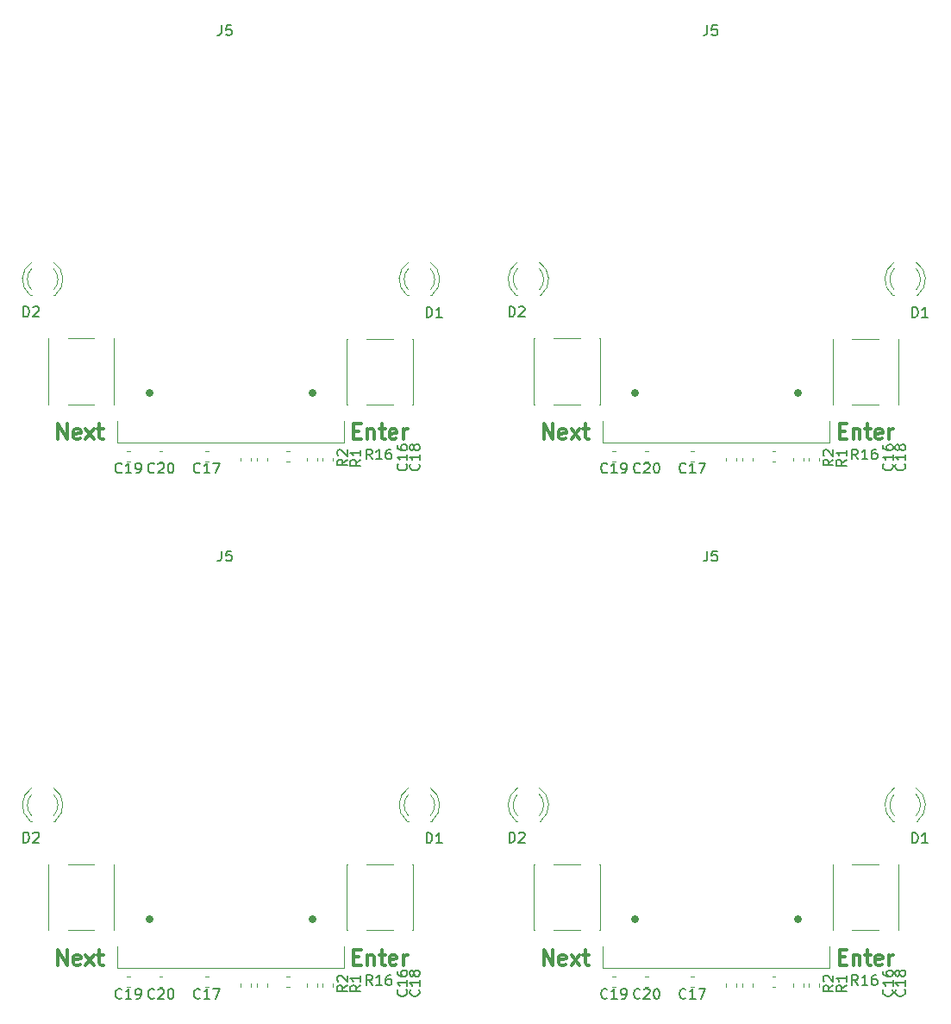
<source format=gbr>
G04 #@! TF.GenerationSoftware,KiCad,Pcbnew,5.1.4*
G04 #@! TF.CreationDate,2019-09-20T10:22:23+02:00*
G04 #@! TF.ProjectId,panel,70616e65-6c2e-46b6-9963-61645f706362,0.1*
G04 #@! TF.SameCoordinates,Original*
G04 #@! TF.FileFunction,Legend,Top*
G04 #@! TF.FilePolarity,Positive*
%FSLAX46Y46*%
G04 Gerber Fmt 4.6, Leading zero omitted, Abs format (unit mm)*
G04 Created by KiCad (PCBNEW 5.1.4) date 2019-09-20 10:22:23*
%MOMM*%
%LPD*%
G04 APERTURE LIST*
%ADD10C,0.300000*%
%ADD11C,0.120000*%
%ADD12C,0.800000*%
%ADD13C,0.150000*%
G04 APERTURE END LIST*
D10*
X118017857Y-172328571D02*
X118017857Y-170828571D01*
X118875000Y-172328571D01*
X118875000Y-170828571D01*
X120160714Y-172257142D02*
X120017857Y-172328571D01*
X119732142Y-172328571D01*
X119589285Y-172257142D01*
X119517857Y-172114285D01*
X119517857Y-171542857D01*
X119589285Y-171400000D01*
X119732142Y-171328571D01*
X120017857Y-171328571D01*
X120160714Y-171400000D01*
X120232142Y-171542857D01*
X120232142Y-171685714D01*
X119517857Y-171828571D01*
X120732142Y-172328571D02*
X121517857Y-171328571D01*
X120732142Y-171328571D02*
X121517857Y-172328571D01*
X121875000Y-171328571D02*
X122446428Y-171328571D01*
X122089285Y-170828571D02*
X122089285Y-172114285D01*
X122160714Y-172257142D01*
X122303571Y-172328571D01*
X122446428Y-172328571D01*
X147064285Y-171542857D02*
X147564285Y-171542857D01*
X147778571Y-172328571D02*
X147064285Y-172328571D01*
X147064285Y-170828571D01*
X147778571Y-170828571D01*
X148421428Y-171328571D02*
X148421428Y-172328571D01*
X148421428Y-171471428D02*
X148492857Y-171400000D01*
X148635714Y-171328571D01*
X148850000Y-171328571D01*
X148992857Y-171400000D01*
X149064285Y-171542857D01*
X149064285Y-172328571D01*
X149564285Y-171328571D02*
X150135714Y-171328571D01*
X149778571Y-170828571D02*
X149778571Y-172114285D01*
X149850000Y-172257142D01*
X149992857Y-172328571D01*
X150135714Y-172328571D01*
X151207142Y-172257142D02*
X151064285Y-172328571D01*
X150778571Y-172328571D01*
X150635714Y-172257142D01*
X150564285Y-172114285D01*
X150564285Y-171542857D01*
X150635714Y-171400000D01*
X150778571Y-171328571D01*
X151064285Y-171328571D01*
X151207142Y-171400000D01*
X151278571Y-171542857D01*
X151278571Y-171685714D01*
X150564285Y-171828571D01*
X151921428Y-172328571D02*
X151921428Y-171328571D01*
X151921428Y-171614285D02*
X151992857Y-171471428D01*
X152064285Y-171400000D01*
X152207142Y-171328571D01*
X152350000Y-171328571D01*
X70317857Y-172328571D02*
X70317857Y-170828571D01*
X71175000Y-172328571D01*
X71175000Y-170828571D01*
X72460714Y-172257142D02*
X72317857Y-172328571D01*
X72032142Y-172328571D01*
X71889285Y-172257142D01*
X71817857Y-172114285D01*
X71817857Y-171542857D01*
X71889285Y-171400000D01*
X72032142Y-171328571D01*
X72317857Y-171328571D01*
X72460714Y-171400000D01*
X72532142Y-171542857D01*
X72532142Y-171685714D01*
X71817857Y-171828571D01*
X73032142Y-172328571D02*
X73817857Y-171328571D01*
X73032142Y-171328571D02*
X73817857Y-172328571D01*
X74175000Y-171328571D02*
X74746428Y-171328571D01*
X74389285Y-170828571D02*
X74389285Y-172114285D01*
X74460714Y-172257142D01*
X74603571Y-172328571D01*
X74746428Y-172328571D01*
X99364285Y-171542857D02*
X99864285Y-171542857D01*
X100078571Y-172328571D02*
X99364285Y-172328571D01*
X99364285Y-170828571D01*
X100078571Y-170828571D01*
X100721428Y-171328571D02*
X100721428Y-172328571D01*
X100721428Y-171471428D02*
X100792857Y-171400000D01*
X100935714Y-171328571D01*
X101150000Y-171328571D01*
X101292857Y-171400000D01*
X101364285Y-171542857D01*
X101364285Y-172328571D01*
X101864285Y-171328571D02*
X102435714Y-171328571D01*
X102078571Y-170828571D02*
X102078571Y-172114285D01*
X102150000Y-172257142D01*
X102292857Y-172328571D01*
X102435714Y-172328571D01*
X103507142Y-172257142D02*
X103364285Y-172328571D01*
X103078571Y-172328571D01*
X102935714Y-172257142D01*
X102864285Y-172114285D01*
X102864285Y-171542857D01*
X102935714Y-171400000D01*
X103078571Y-171328571D01*
X103364285Y-171328571D01*
X103507142Y-171400000D01*
X103578571Y-171542857D01*
X103578571Y-171685714D01*
X102864285Y-171828571D01*
X104221428Y-172328571D02*
X104221428Y-171328571D01*
X104221428Y-171614285D02*
X104292857Y-171471428D01*
X104364285Y-171400000D01*
X104507142Y-171328571D01*
X104650000Y-171328571D01*
X118017857Y-120728571D02*
X118017857Y-119228571D01*
X118875000Y-120728571D01*
X118875000Y-119228571D01*
X120160714Y-120657142D02*
X120017857Y-120728571D01*
X119732142Y-120728571D01*
X119589285Y-120657142D01*
X119517857Y-120514285D01*
X119517857Y-119942857D01*
X119589285Y-119800000D01*
X119732142Y-119728571D01*
X120017857Y-119728571D01*
X120160714Y-119800000D01*
X120232142Y-119942857D01*
X120232142Y-120085714D01*
X119517857Y-120228571D01*
X120732142Y-120728571D02*
X121517857Y-119728571D01*
X120732142Y-119728571D02*
X121517857Y-120728571D01*
X121875000Y-119728571D02*
X122446428Y-119728571D01*
X122089285Y-119228571D02*
X122089285Y-120514285D01*
X122160714Y-120657142D01*
X122303571Y-120728571D01*
X122446428Y-120728571D01*
X147064285Y-119942857D02*
X147564285Y-119942857D01*
X147778571Y-120728571D02*
X147064285Y-120728571D01*
X147064285Y-119228571D01*
X147778571Y-119228571D01*
X148421428Y-119728571D02*
X148421428Y-120728571D01*
X148421428Y-119871428D02*
X148492857Y-119800000D01*
X148635714Y-119728571D01*
X148850000Y-119728571D01*
X148992857Y-119800000D01*
X149064285Y-119942857D01*
X149064285Y-120728571D01*
X149564285Y-119728571D02*
X150135714Y-119728571D01*
X149778571Y-119228571D02*
X149778571Y-120514285D01*
X149850000Y-120657142D01*
X149992857Y-120728571D01*
X150135714Y-120728571D01*
X151207142Y-120657142D02*
X151064285Y-120728571D01*
X150778571Y-120728571D01*
X150635714Y-120657142D01*
X150564285Y-120514285D01*
X150564285Y-119942857D01*
X150635714Y-119800000D01*
X150778571Y-119728571D01*
X151064285Y-119728571D01*
X151207142Y-119800000D01*
X151278571Y-119942857D01*
X151278571Y-120085714D01*
X150564285Y-120228571D01*
X151921428Y-120728571D02*
X151921428Y-119728571D01*
X151921428Y-120014285D02*
X151992857Y-119871428D01*
X152064285Y-119800000D01*
X152207142Y-119728571D01*
X152350000Y-119728571D01*
X99364285Y-119942857D02*
X99864285Y-119942857D01*
X100078571Y-120728571D02*
X99364285Y-120728571D01*
X99364285Y-119228571D01*
X100078571Y-119228571D01*
X100721428Y-119728571D02*
X100721428Y-120728571D01*
X100721428Y-119871428D02*
X100792857Y-119800000D01*
X100935714Y-119728571D01*
X101150000Y-119728571D01*
X101292857Y-119800000D01*
X101364285Y-119942857D01*
X101364285Y-120728571D01*
X101864285Y-119728571D02*
X102435714Y-119728571D01*
X102078571Y-119228571D02*
X102078571Y-120514285D01*
X102150000Y-120657142D01*
X102292857Y-120728571D01*
X102435714Y-120728571D01*
X103507142Y-120657142D02*
X103364285Y-120728571D01*
X103078571Y-120728571D01*
X102935714Y-120657142D01*
X102864285Y-120514285D01*
X102864285Y-119942857D01*
X102935714Y-119800000D01*
X103078571Y-119728571D01*
X103364285Y-119728571D01*
X103507142Y-119800000D01*
X103578571Y-119942857D01*
X103578571Y-120085714D01*
X102864285Y-120228571D01*
X104221428Y-120728571D02*
X104221428Y-119728571D01*
X104221428Y-120014285D02*
X104292857Y-119871428D01*
X104364285Y-119800000D01*
X104507142Y-119728571D01*
X104650000Y-119728571D01*
X70317857Y-120728571D02*
X70317857Y-119228571D01*
X71175000Y-120728571D01*
X71175000Y-119228571D01*
X72460714Y-120657142D02*
X72317857Y-120728571D01*
X72032142Y-120728571D01*
X71889285Y-120657142D01*
X71817857Y-120514285D01*
X71817857Y-119942857D01*
X71889285Y-119800000D01*
X72032142Y-119728571D01*
X72317857Y-119728571D01*
X72460714Y-119800000D01*
X72532142Y-119942857D01*
X72532142Y-120085714D01*
X71817857Y-120228571D01*
X73032142Y-120728571D02*
X73817857Y-119728571D01*
X73032142Y-119728571D02*
X73817857Y-120728571D01*
X74175000Y-119728571D02*
X74746428Y-119728571D01*
X74389285Y-119228571D02*
X74389285Y-120514285D01*
X74460714Y-120657142D01*
X74603571Y-120728571D01*
X74746428Y-120728571D01*
D11*
X145010000Y-174137221D02*
X145010000Y-174462779D01*
X143990000Y-174137221D02*
X143990000Y-174462779D01*
X117045000Y-162445000D02*
X117075000Y-162445000D01*
X123505000Y-162445000D02*
X123475000Y-162445000D01*
X123505000Y-168905000D02*
X123475000Y-168905000D01*
X117075000Y-168905000D02*
X117045000Y-168905000D01*
X118975000Y-162445000D02*
X121575000Y-162445000D01*
X117045000Y-168905000D02*
X117045000Y-162445000D01*
X118975000Y-168905000D02*
X121575000Y-168905000D01*
X123505000Y-168905000D02*
X123505000Y-162445000D01*
X115421392Y-154957665D02*
G75*
G03X115264484Y-158190000I1078608J-1672335D01*
G01*
X117578608Y-154957665D02*
G75*
G02X117735516Y-158190000I-1078608J-1672335D01*
G01*
X115420163Y-155588870D02*
G75*
G03X115420000Y-157670961I1079837J-1041130D01*
G01*
X117579837Y-155588870D02*
G75*
G02X117580000Y-157670961I-1079837J-1041130D01*
G01*
X115264000Y-158190000D02*
X115420000Y-158190000D01*
X117580000Y-158190000D02*
X117736000Y-158190000D01*
X128262779Y-173490000D02*
X127937221Y-173490000D01*
X128262779Y-174510000D02*
X127937221Y-174510000D01*
X125075279Y-174510000D02*
X124749721Y-174510000D01*
X125075279Y-173490000D02*
X124749721Y-173490000D01*
X96290000Y-174137221D02*
X96290000Y-174462779D01*
X97310000Y-174137221D02*
X97310000Y-174462779D01*
X75805000Y-168905000D02*
X75805000Y-162445000D01*
X71275000Y-168905000D02*
X73875000Y-168905000D01*
X69345000Y-168905000D02*
X69345000Y-162445000D01*
X71275000Y-162445000D02*
X73875000Y-162445000D01*
X69375000Y-168905000D02*
X69345000Y-168905000D01*
X75805000Y-168905000D02*
X75775000Y-168905000D01*
X75805000Y-162445000D02*
X75775000Y-162445000D01*
X69345000Y-162445000D02*
X69375000Y-162445000D01*
X69880000Y-158190000D02*
X70036000Y-158190000D01*
X67564000Y-158190000D02*
X67720000Y-158190000D01*
X69879837Y-155588870D02*
G75*
G02X69880000Y-157670961I-1079837J-1041130D01*
G01*
X67720163Y-155588870D02*
G75*
G03X67720000Y-157670961I1079837J-1041130D01*
G01*
X69878608Y-154957665D02*
G75*
G02X70035516Y-158190000I-1078608J-1672335D01*
G01*
X67721392Y-154957665D02*
G75*
G03X67564484Y-158190000I1078608J-1672335D01*
G01*
X80562779Y-174510000D02*
X80237221Y-174510000D01*
X80562779Y-173490000D02*
X80237221Y-173490000D01*
X77375279Y-173490000D02*
X77049721Y-173490000D01*
X77375279Y-174510000D02*
X77049721Y-174510000D01*
X88240000Y-174462779D02*
X88240000Y-174137221D01*
X89260000Y-174462779D02*
X89260000Y-174137221D01*
X90860000Y-174462779D02*
X90860000Y-174137221D01*
X89840000Y-174462779D02*
X89840000Y-174137221D01*
X136960000Y-174462779D02*
X136960000Y-174137221D01*
X135940000Y-174462779D02*
X135940000Y-174137221D01*
X137540000Y-174462779D02*
X137540000Y-174137221D01*
X138560000Y-174462779D02*
X138560000Y-174137221D01*
X132437221Y-173490000D02*
X132762779Y-173490000D01*
X132437221Y-174510000D02*
X132762779Y-174510000D01*
X142490000Y-174137221D02*
X142490000Y-174462779D01*
X143510000Y-174137221D02*
X143510000Y-174462779D01*
X140762779Y-174510000D02*
X140437221Y-174510000D01*
X140762779Y-173490000D02*
X140437221Y-173490000D01*
D12*
X142950000Y-167750000D02*
G75*
G03X142950000Y-167750000I0J0D01*
G01*
X126950000Y-167750000D02*
G75*
G03X126950000Y-167750000I0J0D01*
G01*
D11*
X146100000Y-172650000D02*
X146100000Y-170500000D01*
X123800000Y-172650000D02*
X146100000Y-172650000D01*
X123800000Y-170500000D02*
X123800000Y-172650000D01*
X146370000Y-162470000D02*
X146370000Y-168930000D01*
X150900000Y-162470000D02*
X148300000Y-162470000D01*
X152830000Y-162470000D02*
X152830000Y-168930000D01*
X150900000Y-168930000D02*
X148300000Y-168930000D01*
X152800000Y-162470000D02*
X152830000Y-162470000D01*
X146370000Y-162470000D02*
X146400000Y-162470000D01*
X146370000Y-168930000D02*
X146400000Y-168930000D01*
X152830000Y-168930000D02*
X152800000Y-168930000D01*
X154580000Y-158190000D02*
X154736000Y-158190000D01*
X152264000Y-158190000D02*
X152420000Y-158190000D01*
X154579837Y-155588870D02*
G75*
G02X154580000Y-157670961I-1079837J-1041130D01*
G01*
X152420163Y-155588870D02*
G75*
G03X152420000Y-157670961I1079837J-1041130D01*
G01*
X154578608Y-154957665D02*
G75*
G02X154735516Y-158190000I-1078608J-1672335D01*
G01*
X152421392Y-154957665D02*
G75*
G03X152264484Y-158190000I1078608J-1672335D01*
G01*
X84737221Y-174510000D02*
X85062779Y-174510000D01*
X84737221Y-173490000D02*
X85062779Y-173490000D01*
X95810000Y-174137221D02*
X95810000Y-174462779D01*
X94790000Y-174137221D02*
X94790000Y-174462779D01*
X93062779Y-173490000D02*
X92737221Y-173490000D01*
X93062779Y-174510000D02*
X92737221Y-174510000D01*
X105130000Y-168930000D02*
X105100000Y-168930000D01*
X98670000Y-168930000D02*
X98700000Y-168930000D01*
X98670000Y-162470000D02*
X98700000Y-162470000D01*
X105100000Y-162470000D02*
X105130000Y-162470000D01*
X103200000Y-168930000D02*
X100600000Y-168930000D01*
X105130000Y-162470000D02*
X105130000Y-168930000D01*
X103200000Y-162470000D02*
X100600000Y-162470000D01*
X98670000Y-162470000D02*
X98670000Y-168930000D01*
X104721392Y-154957665D02*
G75*
G03X104564484Y-158190000I1078608J-1672335D01*
G01*
X106878608Y-154957665D02*
G75*
G02X107035516Y-158190000I-1078608J-1672335D01*
G01*
X104720163Y-155588870D02*
G75*
G03X104720000Y-157670961I1079837J-1041130D01*
G01*
X106879837Y-155588870D02*
G75*
G02X106880000Y-157670961I-1079837J-1041130D01*
G01*
X104564000Y-158190000D02*
X104720000Y-158190000D01*
X106880000Y-158190000D02*
X107036000Y-158190000D01*
X76100000Y-170500000D02*
X76100000Y-172650000D01*
X76100000Y-172650000D02*
X98400000Y-172650000D01*
X98400000Y-172650000D02*
X98400000Y-170500000D01*
D12*
X79250000Y-167750000D02*
G75*
G03X79250000Y-167750000I0J0D01*
G01*
X95250000Y-167750000D02*
G75*
G03X95250000Y-167750000I0J0D01*
G01*
D11*
X143990000Y-122537221D02*
X143990000Y-122862779D01*
X145010000Y-122537221D02*
X145010000Y-122862779D01*
X123505000Y-117305000D02*
X123505000Y-110845000D01*
X118975000Y-117305000D02*
X121575000Y-117305000D01*
X117045000Y-117305000D02*
X117045000Y-110845000D01*
X118975000Y-110845000D02*
X121575000Y-110845000D01*
X117075000Y-117305000D02*
X117045000Y-117305000D01*
X123505000Y-117305000D02*
X123475000Y-117305000D01*
X123505000Y-110845000D02*
X123475000Y-110845000D01*
X117045000Y-110845000D02*
X117075000Y-110845000D01*
X117580000Y-106590000D02*
X117736000Y-106590000D01*
X115264000Y-106590000D02*
X115420000Y-106590000D01*
X117579837Y-103988870D02*
G75*
G02X117580000Y-106070961I-1079837J-1041130D01*
G01*
X115420163Y-103988870D02*
G75*
G03X115420000Y-106070961I1079837J-1041130D01*
G01*
X117578608Y-103357665D02*
G75*
G02X117735516Y-106590000I-1078608J-1672335D01*
G01*
X115421392Y-103357665D02*
G75*
G03X115264484Y-106590000I1078608J-1672335D01*
G01*
X128262779Y-122910000D02*
X127937221Y-122910000D01*
X128262779Y-121890000D02*
X127937221Y-121890000D01*
X125075279Y-121890000D02*
X124749721Y-121890000D01*
X125075279Y-122910000D02*
X124749721Y-122910000D01*
X135940000Y-122862779D02*
X135940000Y-122537221D01*
X136960000Y-122862779D02*
X136960000Y-122537221D01*
X138560000Y-122862779D02*
X138560000Y-122537221D01*
X137540000Y-122862779D02*
X137540000Y-122537221D01*
X132437221Y-122910000D02*
X132762779Y-122910000D01*
X132437221Y-121890000D02*
X132762779Y-121890000D01*
X143510000Y-122537221D02*
X143510000Y-122862779D01*
X142490000Y-122537221D02*
X142490000Y-122862779D01*
X140762779Y-121890000D02*
X140437221Y-121890000D01*
X140762779Y-122910000D02*
X140437221Y-122910000D01*
X152830000Y-117330000D02*
X152800000Y-117330000D01*
X146370000Y-117330000D02*
X146400000Y-117330000D01*
X146370000Y-110870000D02*
X146400000Y-110870000D01*
X152800000Y-110870000D02*
X152830000Y-110870000D01*
X150900000Y-117330000D02*
X148300000Y-117330000D01*
X152830000Y-110870000D02*
X152830000Y-117330000D01*
X150900000Y-110870000D02*
X148300000Y-110870000D01*
X146370000Y-110870000D02*
X146370000Y-117330000D01*
X152421392Y-103357665D02*
G75*
G03X152264484Y-106590000I1078608J-1672335D01*
G01*
X154578608Y-103357665D02*
G75*
G02X154735516Y-106590000I-1078608J-1672335D01*
G01*
X152420163Y-103988870D02*
G75*
G03X152420000Y-106070961I1079837J-1041130D01*
G01*
X154579837Y-103988870D02*
G75*
G02X154580000Y-106070961I-1079837J-1041130D01*
G01*
X152264000Y-106590000D02*
X152420000Y-106590000D01*
X154580000Y-106590000D02*
X154736000Y-106590000D01*
X123800000Y-118900000D02*
X123800000Y-121050000D01*
X123800000Y-121050000D02*
X146100000Y-121050000D01*
X146100000Y-121050000D02*
X146100000Y-118900000D01*
D12*
X126950000Y-116150000D02*
G75*
G03X126950000Y-116150000I0J0D01*
G01*
X142950000Y-116150000D02*
G75*
G03X142950000Y-116150000I0J0D01*
G01*
D11*
X94790000Y-122537221D02*
X94790000Y-122862779D01*
X95810000Y-122537221D02*
X95810000Y-122862779D01*
X84737221Y-121890000D02*
X85062779Y-121890000D01*
X84737221Y-122910000D02*
X85062779Y-122910000D01*
X97310000Y-122537221D02*
X97310000Y-122862779D01*
X96290000Y-122537221D02*
X96290000Y-122862779D01*
X77375279Y-122910000D02*
X77049721Y-122910000D01*
X77375279Y-121890000D02*
X77049721Y-121890000D01*
X80562779Y-121890000D02*
X80237221Y-121890000D01*
X80562779Y-122910000D02*
X80237221Y-122910000D01*
X106880000Y-106590000D02*
X107036000Y-106590000D01*
X104564000Y-106590000D02*
X104720000Y-106590000D01*
X106879837Y-103988870D02*
G75*
G02X106880000Y-106070961I-1079837J-1041130D01*
G01*
X104720163Y-103988870D02*
G75*
G03X104720000Y-106070961I1079837J-1041130D01*
G01*
X106878608Y-103357665D02*
G75*
G02X107035516Y-106590000I-1078608J-1672335D01*
G01*
X104721392Y-103357665D02*
G75*
G03X104564484Y-106590000I1078608J-1672335D01*
G01*
X67721392Y-103357665D02*
G75*
G03X67564484Y-106590000I1078608J-1672335D01*
G01*
X69878608Y-103357665D02*
G75*
G02X70035516Y-106590000I-1078608J-1672335D01*
G01*
X67720163Y-103988870D02*
G75*
G03X67720000Y-106070961I1079837J-1041130D01*
G01*
X69879837Y-103988870D02*
G75*
G02X69880000Y-106070961I-1079837J-1041130D01*
G01*
X67564000Y-106590000D02*
X67720000Y-106590000D01*
X69880000Y-106590000D02*
X70036000Y-106590000D01*
D12*
X95250000Y-116150000D02*
G75*
G03X95250000Y-116150000I0J0D01*
G01*
X79250000Y-116150000D02*
G75*
G03X79250000Y-116150000I0J0D01*
G01*
D11*
X98400000Y-121050000D02*
X98400000Y-118900000D01*
X76100000Y-121050000D02*
X98400000Y-121050000D01*
X76100000Y-118900000D02*
X76100000Y-121050000D01*
X89840000Y-122862779D02*
X89840000Y-122537221D01*
X90860000Y-122862779D02*
X90860000Y-122537221D01*
X89260000Y-122862779D02*
X89260000Y-122537221D01*
X88240000Y-122862779D02*
X88240000Y-122537221D01*
X93062779Y-122910000D02*
X92737221Y-122910000D01*
X93062779Y-121890000D02*
X92737221Y-121890000D01*
X69345000Y-110845000D02*
X69375000Y-110845000D01*
X75805000Y-110845000D02*
X75775000Y-110845000D01*
X75805000Y-117305000D02*
X75775000Y-117305000D01*
X69375000Y-117305000D02*
X69345000Y-117305000D01*
X71275000Y-110845000D02*
X73875000Y-110845000D01*
X69345000Y-117305000D02*
X69345000Y-110845000D01*
X71275000Y-117305000D02*
X73875000Y-117305000D01*
X75805000Y-117305000D02*
X75805000Y-110845000D01*
X98670000Y-110870000D02*
X98670000Y-117330000D01*
X103200000Y-110870000D02*
X100600000Y-110870000D01*
X105130000Y-110870000D02*
X105130000Y-117330000D01*
X103200000Y-117330000D02*
X100600000Y-117330000D01*
X105100000Y-110870000D02*
X105130000Y-110870000D01*
X98670000Y-110870000D02*
X98700000Y-110870000D01*
X98670000Y-117330000D02*
X98700000Y-117330000D01*
X105130000Y-117330000D02*
X105100000Y-117330000D01*
D13*
X153432142Y-174755357D02*
X153479761Y-174802976D01*
X153527380Y-174945833D01*
X153527380Y-175041071D01*
X153479761Y-175183928D01*
X153384523Y-175279166D01*
X153289285Y-175326785D01*
X153098809Y-175374404D01*
X152955952Y-175374404D01*
X152765476Y-175326785D01*
X152670238Y-175279166D01*
X152575000Y-175183928D01*
X152527380Y-175041071D01*
X152527380Y-174945833D01*
X152575000Y-174802976D01*
X152622619Y-174755357D01*
X153527380Y-173802976D02*
X153527380Y-174374404D01*
X153527380Y-174088690D02*
X152527380Y-174088690D01*
X152670238Y-174183928D01*
X152765476Y-174279166D01*
X152813095Y-174374404D01*
X152955952Y-173231547D02*
X152908333Y-173326785D01*
X152860714Y-173374404D01*
X152765476Y-173422023D01*
X152717857Y-173422023D01*
X152622619Y-173374404D01*
X152575000Y-173326785D01*
X152527380Y-173231547D01*
X152527380Y-173041071D01*
X152575000Y-172945833D01*
X152622619Y-172898214D01*
X152717857Y-172850595D01*
X152765476Y-172850595D01*
X152860714Y-172898214D01*
X152908333Y-172945833D01*
X152955952Y-173041071D01*
X152955952Y-173231547D01*
X153003571Y-173326785D01*
X153051190Y-173374404D01*
X153146428Y-173422023D01*
X153336904Y-173422023D01*
X153432142Y-173374404D01*
X153479761Y-173326785D01*
X153527380Y-173231547D01*
X153527380Y-173041071D01*
X153479761Y-172945833D01*
X153432142Y-172898214D01*
X153336904Y-172850595D01*
X153146428Y-172850595D01*
X153051190Y-172898214D01*
X153003571Y-172945833D01*
X152955952Y-173041071D01*
X114611904Y-160302380D02*
X114611904Y-159302380D01*
X114850000Y-159302380D01*
X114992857Y-159350000D01*
X115088095Y-159445238D01*
X115135714Y-159540476D01*
X115183333Y-159730952D01*
X115183333Y-159873809D01*
X115135714Y-160064285D01*
X115088095Y-160159523D01*
X114992857Y-160254761D01*
X114850000Y-160302380D01*
X114611904Y-160302380D01*
X115564285Y-159397619D02*
X115611904Y-159350000D01*
X115707142Y-159302380D01*
X115945238Y-159302380D01*
X116040476Y-159350000D01*
X116088095Y-159397619D01*
X116135714Y-159492857D01*
X116135714Y-159588095D01*
X116088095Y-159730952D01*
X115516666Y-160302380D01*
X116135714Y-160302380D01*
X127457142Y-175557142D02*
X127409523Y-175604761D01*
X127266666Y-175652380D01*
X127171428Y-175652380D01*
X127028571Y-175604761D01*
X126933333Y-175509523D01*
X126885714Y-175414285D01*
X126838095Y-175223809D01*
X126838095Y-175080952D01*
X126885714Y-174890476D01*
X126933333Y-174795238D01*
X127028571Y-174700000D01*
X127171428Y-174652380D01*
X127266666Y-174652380D01*
X127409523Y-174700000D01*
X127457142Y-174747619D01*
X127838095Y-174747619D02*
X127885714Y-174700000D01*
X127980952Y-174652380D01*
X128219047Y-174652380D01*
X128314285Y-174700000D01*
X128361904Y-174747619D01*
X128409523Y-174842857D01*
X128409523Y-174938095D01*
X128361904Y-175080952D01*
X127790476Y-175652380D01*
X128409523Y-175652380D01*
X129028571Y-174652380D02*
X129123809Y-174652380D01*
X129219047Y-174700000D01*
X129266666Y-174747619D01*
X129314285Y-174842857D01*
X129361904Y-175033333D01*
X129361904Y-175271428D01*
X129314285Y-175461904D01*
X129266666Y-175557142D01*
X129219047Y-175604761D01*
X129123809Y-175652380D01*
X129028571Y-175652380D01*
X128933333Y-175604761D01*
X128885714Y-175557142D01*
X128838095Y-175461904D01*
X128790476Y-175271428D01*
X128790476Y-175033333D01*
X128838095Y-174842857D01*
X128885714Y-174747619D01*
X128933333Y-174700000D01*
X129028571Y-174652380D01*
X124257142Y-175557142D02*
X124209523Y-175604761D01*
X124066666Y-175652380D01*
X123971428Y-175652380D01*
X123828571Y-175604761D01*
X123733333Y-175509523D01*
X123685714Y-175414285D01*
X123638095Y-175223809D01*
X123638095Y-175080952D01*
X123685714Y-174890476D01*
X123733333Y-174795238D01*
X123828571Y-174700000D01*
X123971428Y-174652380D01*
X124066666Y-174652380D01*
X124209523Y-174700000D01*
X124257142Y-174747619D01*
X125209523Y-175652380D02*
X124638095Y-175652380D01*
X124923809Y-175652380D02*
X124923809Y-174652380D01*
X124828571Y-174795238D01*
X124733333Y-174890476D01*
X124638095Y-174938095D01*
X125685714Y-175652380D02*
X125876190Y-175652380D01*
X125971428Y-175604761D01*
X126019047Y-175557142D01*
X126114285Y-175414285D01*
X126161904Y-175223809D01*
X126161904Y-174842857D01*
X126114285Y-174747619D01*
X126066666Y-174700000D01*
X125971428Y-174652380D01*
X125780952Y-174652380D01*
X125685714Y-174700000D01*
X125638095Y-174747619D01*
X125590476Y-174842857D01*
X125590476Y-175080952D01*
X125638095Y-175176190D01*
X125685714Y-175223809D01*
X125780952Y-175271428D01*
X125971428Y-175271428D01*
X126066666Y-175223809D01*
X126114285Y-175176190D01*
X126161904Y-175080952D01*
X105732142Y-174755357D02*
X105779761Y-174802976D01*
X105827380Y-174945833D01*
X105827380Y-175041071D01*
X105779761Y-175183928D01*
X105684523Y-175279166D01*
X105589285Y-175326785D01*
X105398809Y-175374404D01*
X105255952Y-175374404D01*
X105065476Y-175326785D01*
X104970238Y-175279166D01*
X104875000Y-175183928D01*
X104827380Y-175041071D01*
X104827380Y-174945833D01*
X104875000Y-174802976D01*
X104922619Y-174755357D01*
X105827380Y-173802976D02*
X105827380Y-174374404D01*
X105827380Y-174088690D02*
X104827380Y-174088690D01*
X104970238Y-174183928D01*
X105065476Y-174279166D01*
X105113095Y-174374404D01*
X105255952Y-173231547D02*
X105208333Y-173326785D01*
X105160714Y-173374404D01*
X105065476Y-173422023D01*
X105017857Y-173422023D01*
X104922619Y-173374404D01*
X104875000Y-173326785D01*
X104827380Y-173231547D01*
X104827380Y-173041071D01*
X104875000Y-172945833D01*
X104922619Y-172898214D01*
X105017857Y-172850595D01*
X105065476Y-172850595D01*
X105160714Y-172898214D01*
X105208333Y-172945833D01*
X105255952Y-173041071D01*
X105255952Y-173231547D01*
X105303571Y-173326785D01*
X105351190Y-173374404D01*
X105446428Y-173422023D01*
X105636904Y-173422023D01*
X105732142Y-173374404D01*
X105779761Y-173326785D01*
X105827380Y-173231547D01*
X105827380Y-173041071D01*
X105779761Y-172945833D01*
X105732142Y-172898214D01*
X105636904Y-172850595D01*
X105446428Y-172850595D01*
X105351190Y-172898214D01*
X105303571Y-172945833D01*
X105255952Y-173041071D01*
X66911904Y-160302380D02*
X66911904Y-159302380D01*
X67150000Y-159302380D01*
X67292857Y-159350000D01*
X67388095Y-159445238D01*
X67435714Y-159540476D01*
X67483333Y-159730952D01*
X67483333Y-159873809D01*
X67435714Y-160064285D01*
X67388095Y-160159523D01*
X67292857Y-160254761D01*
X67150000Y-160302380D01*
X66911904Y-160302380D01*
X67864285Y-159397619D02*
X67911904Y-159350000D01*
X68007142Y-159302380D01*
X68245238Y-159302380D01*
X68340476Y-159350000D01*
X68388095Y-159397619D01*
X68435714Y-159492857D01*
X68435714Y-159588095D01*
X68388095Y-159730952D01*
X67816666Y-160302380D01*
X68435714Y-160302380D01*
X79757142Y-175557142D02*
X79709523Y-175604761D01*
X79566666Y-175652380D01*
X79471428Y-175652380D01*
X79328571Y-175604761D01*
X79233333Y-175509523D01*
X79185714Y-175414285D01*
X79138095Y-175223809D01*
X79138095Y-175080952D01*
X79185714Y-174890476D01*
X79233333Y-174795238D01*
X79328571Y-174700000D01*
X79471428Y-174652380D01*
X79566666Y-174652380D01*
X79709523Y-174700000D01*
X79757142Y-174747619D01*
X80138095Y-174747619D02*
X80185714Y-174700000D01*
X80280952Y-174652380D01*
X80519047Y-174652380D01*
X80614285Y-174700000D01*
X80661904Y-174747619D01*
X80709523Y-174842857D01*
X80709523Y-174938095D01*
X80661904Y-175080952D01*
X80090476Y-175652380D01*
X80709523Y-175652380D01*
X81328571Y-174652380D02*
X81423809Y-174652380D01*
X81519047Y-174700000D01*
X81566666Y-174747619D01*
X81614285Y-174842857D01*
X81661904Y-175033333D01*
X81661904Y-175271428D01*
X81614285Y-175461904D01*
X81566666Y-175557142D01*
X81519047Y-175604761D01*
X81423809Y-175652380D01*
X81328571Y-175652380D01*
X81233333Y-175604761D01*
X81185714Y-175557142D01*
X81138095Y-175461904D01*
X81090476Y-175271428D01*
X81090476Y-175033333D01*
X81138095Y-174842857D01*
X81185714Y-174747619D01*
X81233333Y-174700000D01*
X81328571Y-174652380D01*
X76557142Y-175557142D02*
X76509523Y-175604761D01*
X76366666Y-175652380D01*
X76271428Y-175652380D01*
X76128571Y-175604761D01*
X76033333Y-175509523D01*
X75985714Y-175414285D01*
X75938095Y-175223809D01*
X75938095Y-175080952D01*
X75985714Y-174890476D01*
X76033333Y-174795238D01*
X76128571Y-174700000D01*
X76271428Y-174652380D01*
X76366666Y-174652380D01*
X76509523Y-174700000D01*
X76557142Y-174747619D01*
X77509523Y-175652380D02*
X76938095Y-175652380D01*
X77223809Y-175652380D02*
X77223809Y-174652380D01*
X77128571Y-174795238D01*
X77033333Y-174890476D01*
X76938095Y-174938095D01*
X77985714Y-175652380D02*
X78176190Y-175652380D01*
X78271428Y-175604761D01*
X78319047Y-175557142D01*
X78414285Y-175414285D01*
X78461904Y-175223809D01*
X78461904Y-174842857D01*
X78414285Y-174747619D01*
X78366666Y-174700000D01*
X78271428Y-174652380D01*
X78080952Y-174652380D01*
X77985714Y-174700000D01*
X77938095Y-174747619D01*
X77890476Y-174842857D01*
X77890476Y-175080952D01*
X77938095Y-175176190D01*
X77985714Y-175223809D01*
X78080952Y-175271428D01*
X78271428Y-175271428D01*
X78366666Y-175223809D01*
X78414285Y-175176190D01*
X78461904Y-175080952D01*
X98727380Y-174316666D02*
X98251190Y-174650000D01*
X98727380Y-174888095D02*
X97727380Y-174888095D01*
X97727380Y-174507142D01*
X97775000Y-174411904D01*
X97822619Y-174364285D01*
X97917857Y-174316666D01*
X98060714Y-174316666D01*
X98155952Y-174364285D01*
X98203571Y-174411904D01*
X98251190Y-174507142D01*
X98251190Y-174888095D01*
X97822619Y-173935714D02*
X97775000Y-173888095D01*
X97727380Y-173792857D01*
X97727380Y-173554761D01*
X97775000Y-173459523D01*
X97822619Y-173411904D01*
X97917857Y-173364285D01*
X98013095Y-173364285D01*
X98155952Y-173411904D01*
X98727380Y-173983333D01*
X98727380Y-173364285D01*
X100027380Y-174329166D02*
X99551190Y-174662500D01*
X100027380Y-174900595D02*
X99027380Y-174900595D01*
X99027380Y-174519642D01*
X99075000Y-174424404D01*
X99122619Y-174376785D01*
X99217857Y-174329166D01*
X99360714Y-174329166D01*
X99455952Y-174376785D01*
X99503571Y-174424404D01*
X99551190Y-174519642D01*
X99551190Y-174900595D01*
X100027380Y-173376785D02*
X100027380Y-173948214D01*
X100027380Y-173662500D02*
X99027380Y-173662500D01*
X99170238Y-173757738D01*
X99265476Y-173852976D01*
X99313095Y-173948214D01*
X146427380Y-174316666D02*
X145951190Y-174650000D01*
X146427380Y-174888095D02*
X145427380Y-174888095D01*
X145427380Y-174507142D01*
X145475000Y-174411904D01*
X145522619Y-174364285D01*
X145617857Y-174316666D01*
X145760714Y-174316666D01*
X145855952Y-174364285D01*
X145903571Y-174411904D01*
X145951190Y-174507142D01*
X145951190Y-174888095D01*
X145522619Y-173935714D02*
X145475000Y-173888095D01*
X145427380Y-173792857D01*
X145427380Y-173554761D01*
X145475000Y-173459523D01*
X145522619Y-173411904D01*
X145617857Y-173364285D01*
X145713095Y-173364285D01*
X145855952Y-173411904D01*
X146427380Y-173983333D01*
X146427380Y-173364285D01*
X147727380Y-174329166D02*
X147251190Y-174662500D01*
X147727380Y-174900595D02*
X146727380Y-174900595D01*
X146727380Y-174519642D01*
X146775000Y-174424404D01*
X146822619Y-174376785D01*
X146917857Y-174329166D01*
X147060714Y-174329166D01*
X147155952Y-174376785D01*
X147203571Y-174424404D01*
X147251190Y-174519642D01*
X147251190Y-174900595D01*
X147727380Y-173376785D02*
X147727380Y-173948214D01*
X147727380Y-173662500D02*
X146727380Y-173662500D01*
X146870238Y-173757738D01*
X146965476Y-173852976D01*
X147013095Y-173948214D01*
X131957142Y-175557142D02*
X131909523Y-175604761D01*
X131766666Y-175652380D01*
X131671428Y-175652380D01*
X131528571Y-175604761D01*
X131433333Y-175509523D01*
X131385714Y-175414285D01*
X131338095Y-175223809D01*
X131338095Y-175080952D01*
X131385714Y-174890476D01*
X131433333Y-174795238D01*
X131528571Y-174700000D01*
X131671428Y-174652380D01*
X131766666Y-174652380D01*
X131909523Y-174700000D01*
X131957142Y-174747619D01*
X132909523Y-175652380D02*
X132338095Y-175652380D01*
X132623809Y-175652380D02*
X132623809Y-174652380D01*
X132528571Y-174795238D01*
X132433333Y-174890476D01*
X132338095Y-174938095D01*
X133242857Y-174652380D02*
X133909523Y-174652380D01*
X133480952Y-175652380D01*
X152207142Y-174755357D02*
X152254761Y-174802976D01*
X152302380Y-174945833D01*
X152302380Y-175041071D01*
X152254761Y-175183928D01*
X152159523Y-175279166D01*
X152064285Y-175326785D01*
X151873809Y-175374404D01*
X151730952Y-175374404D01*
X151540476Y-175326785D01*
X151445238Y-175279166D01*
X151350000Y-175183928D01*
X151302380Y-175041071D01*
X151302380Y-174945833D01*
X151350000Y-174802976D01*
X151397619Y-174755357D01*
X152302380Y-173802976D02*
X152302380Y-174374404D01*
X152302380Y-174088690D02*
X151302380Y-174088690D01*
X151445238Y-174183928D01*
X151540476Y-174279166D01*
X151588095Y-174374404D01*
X151302380Y-172945833D02*
X151302380Y-173136309D01*
X151350000Y-173231547D01*
X151397619Y-173279166D01*
X151540476Y-173374404D01*
X151730952Y-173422023D01*
X152111904Y-173422023D01*
X152207142Y-173374404D01*
X152254761Y-173326785D01*
X152302380Y-173231547D01*
X152302380Y-173041071D01*
X152254761Y-172945833D01*
X152207142Y-172898214D01*
X152111904Y-172850595D01*
X151873809Y-172850595D01*
X151778571Y-172898214D01*
X151730952Y-172945833D01*
X151683333Y-173041071D01*
X151683333Y-173231547D01*
X151730952Y-173326785D01*
X151778571Y-173374404D01*
X151873809Y-173422023D01*
X148857142Y-174302380D02*
X148523809Y-173826190D01*
X148285714Y-174302380D02*
X148285714Y-173302380D01*
X148666666Y-173302380D01*
X148761904Y-173350000D01*
X148809523Y-173397619D01*
X148857142Y-173492857D01*
X148857142Y-173635714D01*
X148809523Y-173730952D01*
X148761904Y-173778571D01*
X148666666Y-173826190D01*
X148285714Y-173826190D01*
X149809523Y-174302380D02*
X149238095Y-174302380D01*
X149523809Y-174302380D02*
X149523809Y-173302380D01*
X149428571Y-173445238D01*
X149333333Y-173540476D01*
X149238095Y-173588095D01*
X150666666Y-173302380D02*
X150476190Y-173302380D01*
X150380952Y-173350000D01*
X150333333Y-173397619D01*
X150238095Y-173540476D01*
X150190476Y-173730952D01*
X150190476Y-174111904D01*
X150238095Y-174207142D01*
X150285714Y-174254761D01*
X150380952Y-174302380D01*
X150571428Y-174302380D01*
X150666666Y-174254761D01*
X150714285Y-174207142D01*
X150761904Y-174111904D01*
X150761904Y-173873809D01*
X150714285Y-173778571D01*
X150666666Y-173730952D01*
X150571428Y-173683333D01*
X150380952Y-173683333D01*
X150285714Y-173730952D01*
X150238095Y-173778571D01*
X150190476Y-173873809D01*
X134066666Y-131692380D02*
X134066666Y-132406666D01*
X134019047Y-132549523D01*
X133923809Y-132644761D01*
X133780952Y-132692380D01*
X133685714Y-132692380D01*
X135019047Y-131692380D02*
X134542857Y-131692380D01*
X134495238Y-132168571D01*
X134542857Y-132120952D01*
X134638095Y-132073333D01*
X134876190Y-132073333D01*
X134971428Y-132120952D01*
X135019047Y-132168571D01*
X135066666Y-132263809D01*
X135066666Y-132501904D01*
X135019047Y-132597142D01*
X134971428Y-132644761D01*
X134876190Y-132692380D01*
X134638095Y-132692380D01*
X134542857Y-132644761D01*
X134495238Y-132597142D01*
X154186904Y-160352380D02*
X154186904Y-159352380D01*
X154425000Y-159352380D01*
X154567857Y-159400000D01*
X154663095Y-159495238D01*
X154710714Y-159590476D01*
X154758333Y-159780952D01*
X154758333Y-159923809D01*
X154710714Y-160114285D01*
X154663095Y-160209523D01*
X154567857Y-160304761D01*
X154425000Y-160352380D01*
X154186904Y-160352380D01*
X155710714Y-160352380D02*
X155139285Y-160352380D01*
X155425000Y-160352380D02*
X155425000Y-159352380D01*
X155329761Y-159495238D01*
X155234523Y-159590476D01*
X155139285Y-159638095D01*
X84257142Y-175557142D02*
X84209523Y-175604761D01*
X84066666Y-175652380D01*
X83971428Y-175652380D01*
X83828571Y-175604761D01*
X83733333Y-175509523D01*
X83685714Y-175414285D01*
X83638095Y-175223809D01*
X83638095Y-175080952D01*
X83685714Y-174890476D01*
X83733333Y-174795238D01*
X83828571Y-174700000D01*
X83971428Y-174652380D01*
X84066666Y-174652380D01*
X84209523Y-174700000D01*
X84257142Y-174747619D01*
X85209523Y-175652380D02*
X84638095Y-175652380D01*
X84923809Y-175652380D02*
X84923809Y-174652380D01*
X84828571Y-174795238D01*
X84733333Y-174890476D01*
X84638095Y-174938095D01*
X85542857Y-174652380D02*
X86209523Y-174652380D01*
X85780952Y-175652380D01*
X104507142Y-174755357D02*
X104554761Y-174802976D01*
X104602380Y-174945833D01*
X104602380Y-175041071D01*
X104554761Y-175183928D01*
X104459523Y-175279166D01*
X104364285Y-175326785D01*
X104173809Y-175374404D01*
X104030952Y-175374404D01*
X103840476Y-175326785D01*
X103745238Y-175279166D01*
X103650000Y-175183928D01*
X103602380Y-175041071D01*
X103602380Y-174945833D01*
X103650000Y-174802976D01*
X103697619Y-174755357D01*
X104602380Y-173802976D02*
X104602380Y-174374404D01*
X104602380Y-174088690D02*
X103602380Y-174088690D01*
X103745238Y-174183928D01*
X103840476Y-174279166D01*
X103888095Y-174374404D01*
X103602380Y-172945833D02*
X103602380Y-173136309D01*
X103650000Y-173231547D01*
X103697619Y-173279166D01*
X103840476Y-173374404D01*
X104030952Y-173422023D01*
X104411904Y-173422023D01*
X104507142Y-173374404D01*
X104554761Y-173326785D01*
X104602380Y-173231547D01*
X104602380Y-173041071D01*
X104554761Y-172945833D01*
X104507142Y-172898214D01*
X104411904Y-172850595D01*
X104173809Y-172850595D01*
X104078571Y-172898214D01*
X104030952Y-172945833D01*
X103983333Y-173041071D01*
X103983333Y-173231547D01*
X104030952Y-173326785D01*
X104078571Y-173374404D01*
X104173809Y-173422023D01*
X101157142Y-174302380D02*
X100823809Y-173826190D01*
X100585714Y-174302380D02*
X100585714Y-173302380D01*
X100966666Y-173302380D01*
X101061904Y-173350000D01*
X101109523Y-173397619D01*
X101157142Y-173492857D01*
X101157142Y-173635714D01*
X101109523Y-173730952D01*
X101061904Y-173778571D01*
X100966666Y-173826190D01*
X100585714Y-173826190D01*
X102109523Y-174302380D02*
X101538095Y-174302380D01*
X101823809Y-174302380D02*
X101823809Y-173302380D01*
X101728571Y-173445238D01*
X101633333Y-173540476D01*
X101538095Y-173588095D01*
X102966666Y-173302380D02*
X102776190Y-173302380D01*
X102680952Y-173350000D01*
X102633333Y-173397619D01*
X102538095Y-173540476D01*
X102490476Y-173730952D01*
X102490476Y-174111904D01*
X102538095Y-174207142D01*
X102585714Y-174254761D01*
X102680952Y-174302380D01*
X102871428Y-174302380D01*
X102966666Y-174254761D01*
X103014285Y-174207142D01*
X103061904Y-174111904D01*
X103061904Y-173873809D01*
X103014285Y-173778571D01*
X102966666Y-173730952D01*
X102871428Y-173683333D01*
X102680952Y-173683333D01*
X102585714Y-173730952D01*
X102538095Y-173778571D01*
X102490476Y-173873809D01*
X86366666Y-131692380D02*
X86366666Y-132406666D01*
X86319047Y-132549523D01*
X86223809Y-132644761D01*
X86080952Y-132692380D01*
X85985714Y-132692380D01*
X87319047Y-131692380D02*
X86842857Y-131692380D01*
X86795238Y-132168571D01*
X86842857Y-132120952D01*
X86938095Y-132073333D01*
X87176190Y-132073333D01*
X87271428Y-132120952D01*
X87319047Y-132168571D01*
X87366666Y-132263809D01*
X87366666Y-132501904D01*
X87319047Y-132597142D01*
X87271428Y-132644761D01*
X87176190Y-132692380D01*
X86938095Y-132692380D01*
X86842857Y-132644761D01*
X86795238Y-132597142D01*
X106486904Y-160352380D02*
X106486904Y-159352380D01*
X106725000Y-159352380D01*
X106867857Y-159400000D01*
X106963095Y-159495238D01*
X107010714Y-159590476D01*
X107058333Y-159780952D01*
X107058333Y-159923809D01*
X107010714Y-160114285D01*
X106963095Y-160209523D01*
X106867857Y-160304761D01*
X106725000Y-160352380D01*
X106486904Y-160352380D01*
X108010714Y-160352380D02*
X107439285Y-160352380D01*
X107725000Y-160352380D02*
X107725000Y-159352380D01*
X107629761Y-159495238D01*
X107534523Y-159590476D01*
X107439285Y-159638095D01*
X153432142Y-123155357D02*
X153479761Y-123202976D01*
X153527380Y-123345833D01*
X153527380Y-123441071D01*
X153479761Y-123583928D01*
X153384523Y-123679166D01*
X153289285Y-123726785D01*
X153098809Y-123774404D01*
X152955952Y-123774404D01*
X152765476Y-123726785D01*
X152670238Y-123679166D01*
X152575000Y-123583928D01*
X152527380Y-123441071D01*
X152527380Y-123345833D01*
X152575000Y-123202976D01*
X152622619Y-123155357D01*
X153527380Y-122202976D02*
X153527380Y-122774404D01*
X153527380Y-122488690D02*
X152527380Y-122488690D01*
X152670238Y-122583928D01*
X152765476Y-122679166D01*
X152813095Y-122774404D01*
X152955952Y-121631547D02*
X152908333Y-121726785D01*
X152860714Y-121774404D01*
X152765476Y-121822023D01*
X152717857Y-121822023D01*
X152622619Y-121774404D01*
X152575000Y-121726785D01*
X152527380Y-121631547D01*
X152527380Y-121441071D01*
X152575000Y-121345833D01*
X152622619Y-121298214D01*
X152717857Y-121250595D01*
X152765476Y-121250595D01*
X152860714Y-121298214D01*
X152908333Y-121345833D01*
X152955952Y-121441071D01*
X152955952Y-121631547D01*
X153003571Y-121726785D01*
X153051190Y-121774404D01*
X153146428Y-121822023D01*
X153336904Y-121822023D01*
X153432142Y-121774404D01*
X153479761Y-121726785D01*
X153527380Y-121631547D01*
X153527380Y-121441071D01*
X153479761Y-121345833D01*
X153432142Y-121298214D01*
X153336904Y-121250595D01*
X153146428Y-121250595D01*
X153051190Y-121298214D01*
X153003571Y-121345833D01*
X152955952Y-121441071D01*
X114611904Y-108702380D02*
X114611904Y-107702380D01*
X114850000Y-107702380D01*
X114992857Y-107750000D01*
X115088095Y-107845238D01*
X115135714Y-107940476D01*
X115183333Y-108130952D01*
X115183333Y-108273809D01*
X115135714Y-108464285D01*
X115088095Y-108559523D01*
X114992857Y-108654761D01*
X114850000Y-108702380D01*
X114611904Y-108702380D01*
X115564285Y-107797619D02*
X115611904Y-107750000D01*
X115707142Y-107702380D01*
X115945238Y-107702380D01*
X116040476Y-107750000D01*
X116088095Y-107797619D01*
X116135714Y-107892857D01*
X116135714Y-107988095D01*
X116088095Y-108130952D01*
X115516666Y-108702380D01*
X116135714Y-108702380D01*
X127457142Y-123957142D02*
X127409523Y-124004761D01*
X127266666Y-124052380D01*
X127171428Y-124052380D01*
X127028571Y-124004761D01*
X126933333Y-123909523D01*
X126885714Y-123814285D01*
X126838095Y-123623809D01*
X126838095Y-123480952D01*
X126885714Y-123290476D01*
X126933333Y-123195238D01*
X127028571Y-123100000D01*
X127171428Y-123052380D01*
X127266666Y-123052380D01*
X127409523Y-123100000D01*
X127457142Y-123147619D01*
X127838095Y-123147619D02*
X127885714Y-123100000D01*
X127980952Y-123052380D01*
X128219047Y-123052380D01*
X128314285Y-123100000D01*
X128361904Y-123147619D01*
X128409523Y-123242857D01*
X128409523Y-123338095D01*
X128361904Y-123480952D01*
X127790476Y-124052380D01*
X128409523Y-124052380D01*
X129028571Y-123052380D02*
X129123809Y-123052380D01*
X129219047Y-123100000D01*
X129266666Y-123147619D01*
X129314285Y-123242857D01*
X129361904Y-123433333D01*
X129361904Y-123671428D01*
X129314285Y-123861904D01*
X129266666Y-123957142D01*
X129219047Y-124004761D01*
X129123809Y-124052380D01*
X129028571Y-124052380D01*
X128933333Y-124004761D01*
X128885714Y-123957142D01*
X128838095Y-123861904D01*
X128790476Y-123671428D01*
X128790476Y-123433333D01*
X128838095Y-123242857D01*
X128885714Y-123147619D01*
X128933333Y-123100000D01*
X129028571Y-123052380D01*
X124257142Y-123957142D02*
X124209523Y-124004761D01*
X124066666Y-124052380D01*
X123971428Y-124052380D01*
X123828571Y-124004761D01*
X123733333Y-123909523D01*
X123685714Y-123814285D01*
X123638095Y-123623809D01*
X123638095Y-123480952D01*
X123685714Y-123290476D01*
X123733333Y-123195238D01*
X123828571Y-123100000D01*
X123971428Y-123052380D01*
X124066666Y-123052380D01*
X124209523Y-123100000D01*
X124257142Y-123147619D01*
X125209523Y-124052380D02*
X124638095Y-124052380D01*
X124923809Y-124052380D02*
X124923809Y-123052380D01*
X124828571Y-123195238D01*
X124733333Y-123290476D01*
X124638095Y-123338095D01*
X125685714Y-124052380D02*
X125876190Y-124052380D01*
X125971428Y-124004761D01*
X126019047Y-123957142D01*
X126114285Y-123814285D01*
X126161904Y-123623809D01*
X126161904Y-123242857D01*
X126114285Y-123147619D01*
X126066666Y-123100000D01*
X125971428Y-123052380D01*
X125780952Y-123052380D01*
X125685714Y-123100000D01*
X125638095Y-123147619D01*
X125590476Y-123242857D01*
X125590476Y-123480952D01*
X125638095Y-123576190D01*
X125685714Y-123623809D01*
X125780952Y-123671428D01*
X125971428Y-123671428D01*
X126066666Y-123623809D01*
X126114285Y-123576190D01*
X126161904Y-123480952D01*
X146427380Y-122716666D02*
X145951190Y-123050000D01*
X146427380Y-123288095D02*
X145427380Y-123288095D01*
X145427380Y-122907142D01*
X145475000Y-122811904D01*
X145522619Y-122764285D01*
X145617857Y-122716666D01*
X145760714Y-122716666D01*
X145855952Y-122764285D01*
X145903571Y-122811904D01*
X145951190Y-122907142D01*
X145951190Y-123288095D01*
X145522619Y-122335714D02*
X145475000Y-122288095D01*
X145427380Y-122192857D01*
X145427380Y-121954761D01*
X145475000Y-121859523D01*
X145522619Y-121811904D01*
X145617857Y-121764285D01*
X145713095Y-121764285D01*
X145855952Y-121811904D01*
X146427380Y-122383333D01*
X146427380Y-121764285D01*
X147727380Y-122729166D02*
X147251190Y-123062500D01*
X147727380Y-123300595D02*
X146727380Y-123300595D01*
X146727380Y-122919642D01*
X146775000Y-122824404D01*
X146822619Y-122776785D01*
X146917857Y-122729166D01*
X147060714Y-122729166D01*
X147155952Y-122776785D01*
X147203571Y-122824404D01*
X147251190Y-122919642D01*
X147251190Y-123300595D01*
X147727380Y-121776785D02*
X147727380Y-122348214D01*
X147727380Y-122062500D02*
X146727380Y-122062500D01*
X146870238Y-122157738D01*
X146965476Y-122252976D01*
X147013095Y-122348214D01*
X131957142Y-123957142D02*
X131909523Y-124004761D01*
X131766666Y-124052380D01*
X131671428Y-124052380D01*
X131528571Y-124004761D01*
X131433333Y-123909523D01*
X131385714Y-123814285D01*
X131338095Y-123623809D01*
X131338095Y-123480952D01*
X131385714Y-123290476D01*
X131433333Y-123195238D01*
X131528571Y-123100000D01*
X131671428Y-123052380D01*
X131766666Y-123052380D01*
X131909523Y-123100000D01*
X131957142Y-123147619D01*
X132909523Y-124052380D02*
X132338095Y-124052380D01*
X132623809Y-124052380D02*
X132623809Y-123052380D01*
X132528571Y-123195238D01*
X132433333Y-123290476D01*
X132338095Y-123338095D01*
X133242857Y-123052380D02*
X133909523Y-123052380D01*
X133480952Y-124052380D01*
X152207142Y-123155357D02*
X152254761Y-123202976D01*
X152302380Y-123345833D01*
X152302380Y-123441071D01*
X152254761Y-123583928D01*
X152159523Y-123679166D01*
X152064285Y-123726785D01*
X151873809Y-123774404D01*
X151730952Y-123774404D01*
X151540476Y-123726785D01*
X151445238Y-123679166D01*
X151350000Y-123583928D01*
X151302380Y-123441071D01*
X151302380Y-123345833D01*
X151350000Y-123202976D01*
X151397619Y-123155357D01*
X152302380Y-122202976D02*
X152302380Y-122774404D01*
X152302380Y-122488690D02*
X151302380Y-122488690D01*
X151445238Y-122583928D01*
X151540476Y-122679166D01*
X151588095Y-122774404D01*
X151302380Y-121345833D02*
X151302380Y-121536309D01*
X151350000Y-121631547D01*
X151397619Y-121679166D01*
X151540476Y-121774404D01*
X151730952Y-121822023D01*
X152111904Y-121822023D01*
X152207142Y-121774404D01*
X152254761Y-121726785D01*
X152302380Y-121631547D01*
X152302380Y-121441071D01*
X152254761Y-121345833D01*
X152207142Y-121298214D01*
X152111904Y-121250595D01*
X151873809Y-121250595D01*
X151778571Y-121298214D01*
X151730952Y-121345833D01*
X151683333Y-121441071D01*
X151683333Y-121631547D01*
X151730952Y-121726785D01*
X151778571Y-121774404D01*
X151873809Y-121822023D01*
X148857142Y-122702380D02*
X148523809Y-122226190D01*
X148285714Y-122702380D02*
X148285714Y-121702380D01*
X148666666Y-121702380D01*
X148761904Y-121750000D01*
X148809523Y-121797619D01*
X148857142Y-121892857D01*
X148857142Y-122035714D01*
X148809523Y-122130952D01*
X148761904Y-122178571D01*
X148666666Y-122226190D01*
X148285714Y-122226190D01*
X149809523Y-122702380D02*
X149238095Y-122702380D01*
X149523809Y-122702380D02*
X149523809Y-121702380D01*
X149428571Y-121845238D01*
X149333333Y-121940476D01*
X149238095Y-121988095D01*
X150666666Y-121702380D02*
X150476190Y-121702380D01*
X150380952Y-121750000D01*
X150333333Y-121797619D01*
X150238095Y-121940476D01*
X150190476Y-122130952D01*
X150190476Y-122511904D01*
X150238095Y-122607142D01*
X150285714Y-122654761D01*
X150380952Y-122702380D01*
X150571428Y-122702380D01*
X150666666Y-122654761D01*
X150714285Y-122607142D01*
X150761904Y-122511904D01*
X150761904Y-122273809D01*
X150714285Y-122178571D01*
X150666666Y-122130952D01*
X150571428Y-122083333D01*
X150380952Y-122083333D01*
X150285714Y-122130952D01*
X150238095Y-122178571D01*
X150190476Y-122273809D01*
X134066666Y-80092380D02*
X134066666Y-80806666D01*
X134019047Y-80949523D01*
X133923809Y-81044761D01*
X133780952Y-81092380D01*
X133685714Y-81092380D01*
X135019047Y-80092380D02*
X134542857Y-80092380D01*
X134495238Y-80568571D01*
X134542857Y-80520952D01*
X134638095Y-80473333D01*
X134876190Y-80473333D01*
X134971428Y-80520952D01*
X135019047Y-80568571D01*
X135066666Y-80663809D01*
X135066666Y-80901904D01*
X135019047Y-80997142D01*
X134971428Y-81044761D01*
X134876190Y-81092380D01*
X134638095Y-81092380D01*
X134542857Y-81044761D01*
X134495238Y-80997142D01*
X154186904Y-108752380D02*
X154186904Y-107752380D01*
X154425000Y-107752380D01*
X154567857Y-107800000D01*
X154663095Y-107895238D01*
X154710714Y-107990476D01*
X154758333Y-108180952D01*
X154758333Y-108323809D01*
X154710714Y-108514285D01*
X154663095Y-108609523D01*
X154567857Y-108704761D01*
X154425000Y-108752380D01*
X154186904Y-108752380D01*
X155710714Y-108752380D02*
X155139285Y-108752380D01*
X155425000Y-108752380D02*
X155425000Y-107752380D01*
X155329761Y-107895238D01*
X155234523Y-107990476D01*
X155139285Y-108038095D01*
X104507142Y-123155357D02*
X104554761Y-123202976D01*
X104602380Y-123345833D01*
X104602380Y-123441071D01*
X104554761Y-123583928D01*
X104459523Y-123679166D01*
X104364285Y-123726785D01*
X104173809Y-123774404D01*
X104030952Y-123774404D01*
X103840476Y-123726785D01*
X103745238Y-123679166D01*
X103650000Y-123583928D01*
X103602380Y-123441071D01*
X103602380Y-123345833D01*
X103650000Y-123202976D01*
X103697619Y-123155357D01*
X104602380Y-122202976D02*
X104602380Y-122774404D01*
X104602380Y-122488690D02*
X103602380Y-122488690D01*
X103745238Y-122583928D01*
X103840476Y-122679166D01*
X103888095Y-122774404D01*
X103602380Y-121345833D02*
X103602380Y-121536309D01*
X103650000Y-121631547D01*
X103697619Y-121679166D01*
X103840476Y-121774404D01*
X104030952Y-121822023D01*
X104411904Y-121822023D01*
X104507142Y-121774404D01*
X104554761Y-121726785D01*
X104602380Y-121631547D01*
X104602380Y-121441071D01*
X104554761Y-121345833D01*
X104507142Y-121298214D01*
X104411904Y-121250595D01*
X104173809Y-121250595D01*
X104078571Y-121298214D01*
X104030952Y-121345833D01*
X103983333Y-121441071D01*
X103983333Y-121631547D01*
X104030952Y-121726785D01*
X104078571Y-121774404D01*
X104173809Y-121822023D01*
X84257142Y-123957142D02*
X84209523Y-124004761D01*
X84066666Y-124052380D01*
X83971428Y-124052380D01*
X83828571Y-124004761D01*
X83733333Y-123909523D01*
X83685714Y-123814285D01*
X83638095Y-123623809D01*
X83638095Y-123480952D01*
X83685714Y-123290476D01*
X83733333Y-123195238D01*
X83828571Y-123100000D01*
X83971428Y-123052380D01*
X84066666Y-123052380D01*
X84209523Y-123100000D01*
X84257142Y-123147619D01*
X85209523Y-124052380D02*
X84638095Y-124052380D01*
X84923809Y-124052380D02*
X84923809Y-123052380D01*
X84828571Y-123195238D01*
X84733333Y-123290476D01*
X84638095Y-123338095D01*
X85542857Y-123052380D02*
X86209523Y-123052380D01*
X85780952Y-124052380D01*
X105732142Y-123155357D02*
X105779761Y-123202976D01*
X105827380Y-123345833D01*
X105827380Y-123441071D01*
X105779761Y-123583928D01*
X105684523Y-123679166D01*
X105589285Y-123726785D01*
X105398809Y-123774404D01*
X105255952Y-123774404D01*
X105065476Y-123726785D01*
X104970238Y-123679166D01*
X104875000Y-123583928D01*
X104827380Y-123441071D01*
X104827380Y-123345833D01*
X104875000Y-123202976D01*
X104922619Y-123155357D01*
X105827380Y-122202976D02*
X105827380Y-122774404D01*
X105827380Y-122488690D02*
X104827380Y-122488690D01*
X104970238Y-122583928D01*
X105065476Y-122679166D01*
X105113095Y-122774404D01*
X105255952Y-121631547D02*
X105208333Y-121726785D01*
X105160714Y-121774404D01*
X105065476Y-121822023D01*
X105017857Y-121822023D01*
X104922619Y-121774404D01*
X104875000Y-121726785D01*
X104827380Y-121631547D01*
X104827380Y-121441071D01*
X104875000Y-121345833D01*
X104922619Y-121298214D01*
X105017857Y-121250595D01*
X105065476Y-121250595D01*
X105160714Y-121298214D01*
X105208333Y-121345833D01*
X105255952Y-121441071D01*
X105255952Y-121631547D01*
X105303571Y-121726785D01*
X105351190Y-121774404D01*
X105446428Y-121822023D01*
X105636904Y-121822023D01*
X105732142Y-121774404D01*
X105779761Y-121726785D01*
X105827380Y-121631547D01*
X105827380Y-121441071D01*
X105779761Y-121345833D01*
X105732142Y-121298214D01*
X105636904Y-121250595D01*
X105446428Y-121250595D01*
X105351190Y-121298214D01*
X105303571Y-121345833D01*
X105255952Y-121441071D01*
X76557142Y-123957142D02*
X76509523Y-124004761D01*
X76366666Y-124052380D01*
X76271428Y-124052380D01*
X76128571Y-124004761D01*
X76033333Y-123909523D01*
X75985714Y-123814285D01*
X75938095Y-123623809D01*
X75938095Y-123480952D01*
X75985714Y-123290476D01*
X76033333Y-123195238D01*
X76128571Y-123100000D01*
X76271428Y-123052380D01*
X76366666Y-123052380D01*
X76509523Y-123100000D01*
X76557142Y-123147619D01*
X77509523Y-124052380D02*
X76938095Y-124052380D01*
X77223809Y-124052380D02*
X77223809Y-123052380D01*
X77128571Y-123195238D01*
X77033333Y-123290476D01*
X76938095Y-123338095D01*
X77985714Y-124052380D02*
X78176190Y-124052380D01*
X78271428Y-124004761D01*
X78319047Y-123957142D01*
X78414285Y-123814285D01*
X78461904Y-123623809D01*
X78461904Y-123242857D01*
X78414285Y-123147619D01*
X78366666Y-123100000D01*
X78271428Y-123052380D01*
X78080952Y-123052380D01*
X77985714Y-123100000D01*
X77938095Y-123147619D01*
X77890476Y-123242857D01*
X77890476Y-123480952D01*
X77938095Y-123576190D01*
X77985714Y-123623809D01*
X78080952Y-123671428D01*
X78271428Y-123671428D01*
X78366666Y-123623809D01*
X78414285Y-123576190D01*
X78461904Y-123480952D01*
X79757142Y-123957142D02*
X79709523Y-124004761D01*
X79566666Y-124052380D01*
X79471428Y-124052380D01*
X79328571Y-124004761D01*
X79233333Y-123909523D01*
X79185714Y-123814285D01*
X79138095Y-123623809D01*
X79138095Y-123480952D01*
X79185714Y-123290476D01*
X79233333Y-123195238D01*
X79328571Y-123100000D01*
X79471428Y-123052380D01*
X79566666Y-123052380D01*
X79709523Y-123100000D01*
X79757142Y-123147619D01*
X80138095Y-123147619D02*
X80185714Y-123100000D01*
X80280952Y-123052380D01*
X80519047Y-123052380D01*
X80614285Y-123100000D01*
X80661904Y-123147619D01*
X80709523Y-123242857D01*
X80709523Y-123338095D01*
X80661904Y-123480952D01*
X80090476Y-124052380D01*
X80709523Y-124052380D01*
X81328571Y-123052380D02*
X81423809Y-123052380D01*
X81519047Y-123100000D01*
X81566666Y-123147619D01*
X81614285Y-123242857D01*
X81661904Y-123433333D01*
X81661904Y-123671428D01*
X81614285Y-123861904D01*
X81566666Y-123957142D01*
X81519047Y-124004761D01*
X81423809Y-124052380D01*
X81328571Y-124052380D01*
X81233333Y-124004761D01*
X81185714Y-123957142D01*
X81138095Y-123861904D01*
X81090476Y-123671428D01*
X81090476Y-123433333D01*
X81138095Y-123242857D01*
X81185714Y-123147619D01*
X81233333Y-123100000D01*
X81328571Y-123052380D01*
X106486904Y-108752380D02*
X106486904Y-107752380D01*
X106725000Y-107752380D01*
X106867857Y-107800000D01*
X106963095Y-107895238D01*
X107010714Y-107990476D01*
X107058333Y-108180952D01*
X107058333Y-108323809D01*
X107010714Y-108514285D01*
X106963095Y-108609523D01*
X106867857Y-108704761D01*
X106725000Y-108752380D01*
X106486904Y-108752380D01*
X108010714Y-108752380D02*
X107439285Y-108752380D01*
X107725000Y-108752380D02*
X107725000Y-107752380D01*
X107629761Y-107895238D01*
X107534523Y-107990476D01*
X107439285Y-108038095D01*
X66911904Y-108702380D02*
X66911904Y-107702380D01*
X67150000Y-107702380D01*
X67292857Y-107750000D01*
X67388095Y-107845238D01*
X67435714Y-107940476D01*
X67483333Y-108130952D01*
X67483333Y-108273809D01*
X67435714Y-108464285D01*
X67388095Y-108559523D01*
X67292857Y-108654761D01*
X67150000Y-108702380D01*
X66911904Y-108702380D01*
X67864285Y-107797619D02*
X67911904Y-107750000D01*
X68007142Y-107702380D01*
X68245238Y-107702380D01*
X68340476Y-107750000D01*
X68388095Y-107797619D01*
X68435714Y-107892857D01*
X68435714Y-107988095D01*
X68388095Y-108130952D01*
X67816666Y-108702380D01*
X68435714Y-108702380D01*
X86366666Y-80092380D02*
X86366666Y-80806666D01*
X86319047Y-80949523D01*
X86223809Y-81044761D01*
X86080952Y-81092380D01*
X85985714Y-81092380D01*
X87319047Y-80092380D02*
X86842857Y-80092380D01*
X86795238Y-80568571D01*
X86842857Y-80520952D01*
X86938095Y-80473333D01*
X87176190Y-80473333D01*
X87271428Y-80520952D01*
X87319047Y-80568571D01*
X87366666Y-80663809D01*
X87366666Y-80901904D01*
X87319047Y-80997142D01*
X87271428Y-81044761D01*
X87176190Y-81092380D01*
X86938095Y-81092380D01*
X86842857Y-81044761D01*
X86795238Y-80997142D01*
X100027380Y-122729166D02*
X99551190Y-123062500D01*
X100027380Y-123300595D02*
X99027380Y-123300595D01*
X99027380Y-122919642D01*
X99075000Y-122824404D01*
X99122619Y-122776785D01*
X99217857Y-122729166D01*
X99360714Y-122729166D01*
X99455952Y-122776785D01*
X99503571Y-122824404D01*
X99551190Y-122919642D01*
X99551190Y-123300595D01*
X100027380Y-121776785D02*
X100027380Y-122348214D01*
X100027380Y-122062500D02*
X99027380Y-122062500D01*
X99170238Y-122157738D01*
X99265476Y-122252976D01*
X99313095Y-122348214D01*
X98727380Y-122716666D02*
X98251190Y-123050000D01*
X98727380Y-123288095D02*
X97727380Y-123288095D01*
X97727380Y-122907142D01*
X97775000Y-122811904D01*
X97822619Y-122764285D01*
X97917857Y-122716666D01*
X98060714Y-122716666D01*
X98155952Y-122764285D01*
X98203571Y-122811904D01*
X98251190Y-122907142D01*
X98251190Y-123288095D01*
X97822619Y-122335714D02*
X97775000Y-122288095D01*
X97727380Y-122192857D01*
X97727380Y-121954761D01*
X97775000Y-121859523D01*
X97822619Y-121811904D01*
X97917857Y-121764285D01*
X98013095Y-121764285D01*
X98155952Y-121811904D01*
X98727380Y-122383333D01*
X98727380Y-121764285D01*
X101157142Y-122702380D02*
X100823809Y-122226190D01*
X100585714Y-122702380D02*
X100585714Y-121702380D01*
X100966666Y-121702380D01*
X101061904Y-121750000D01*
X101109523Y-121797619D01*
X101157142Y-121892857D01*
X101157142Y-122035714D01*
X101109523Y-122130952D01*
X101061904Y-122178571D01*
X100966666Y-122226190D01*
X100585714Y-122226190D01*
X102109523Y-122702380D02*
X101538095Y-122702380D01*
X101823809Y-122702380D02*
X101823809Y-121702380D01*
X101728571Y-121845238D01*
X101633333Y-121940476D01*
X101538095Y-121988095D01*
X102966666Y-121702380D02*
X102776190Y-121702380D01*
X102680952Y-121750000D01*
X102633333Y-121797619D01*
X102538095Y-121940476D01*
X102490476Y-122130952D01*
X102490476Y-122511904D01*
X102538095Y-122607142D01*
X102585714Y-122654761D01*
X102680952Y-122702380D01*
X102871428Y-122702380D01*
X102966666Y-122654761D01*
X103014285Y-122607142D01*
X103061904Y-122511904D01*
X103061904Y-122273809D01*
X103014285Y-122178571D01*
X102966666Y-122130952D01*
X102871428Y-122083333D01*
X102680952Y-122083333D01*
X102585714Y-122130952D01*
X102538095Y-122178571D01*
X102490476Y-122273809D01*
M02*

</source>
